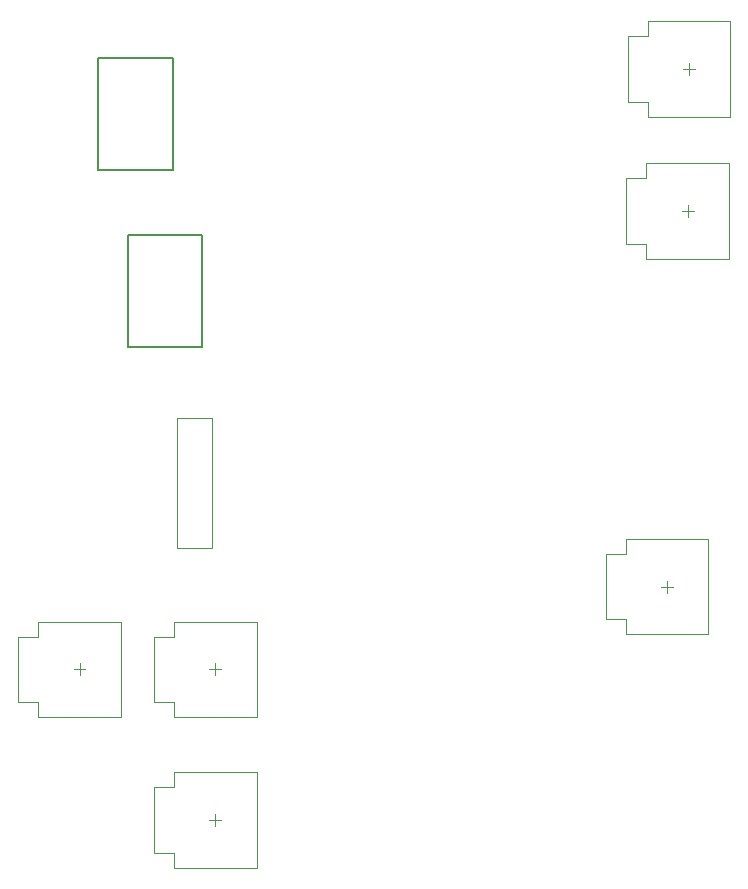
<source format=gbr>
G04*
G04 #@! TF.GenerationSoftware,Altium Limited,Altium Designer,22.4.2 (48)*
G04*
G04 Layer_Color=32768*
%FSLAX25Y25*%
%MOIN*%
G70*
G04*
G04 #@! TF.SameCoordinates,D1C75A00-648E-4898-854E-167750E82D76*
G04*
G04*
G04 #@! TF.FilePolarity,Positive*
G04*
G01*
G75*
%ADD11C,0.00500*%
%ADD43C,0.00394*%
%ADD44C,0.00197*%
D11*
X46654Y266732D02*
Y304134D01*
Y266732D02*
X71457D01*
Y304134D01*
X46654D02*
X71457D01*
X56497Y245079D02*
X81300D01*
Y207677D02*
Y245079D01*
X56497Y207677D02*
X81300D01*
X56497D02*
Y245079D01*
D43*
X243110Y251201D02*
Y255138D01*
X241142Y253169D02*
X245079D01*
X243504Y298524D02*
Y302461D01*
X241535Y300492D02*
X245472D01*
X234252Y127953D02*
X238189D01*
X236220Y125984D02*
Y129921D01*
X83661Y50197D02*
X87598D01*
X85630Y48228D02*
Y52165D01*
X38386Y100394D02*
X42323D01*
X40354Y98425D02*
Y102362D01*
X83661Y100394D02*
X87598D01*
X85630Y98425D02*
Y102362D01*
D44*
X222638Y242224D02*
Y264114D01*
Y242224D02*
X229331D01*
Y237303D02*
Y242224D01*
Y237303D02*
X256890D01*
Y269035D01*
X222638Y264114D02*
X229331D01*
Y269035D01*
X256890D01*
X223031Y289547D02*
Y311437D01*
Y289547D02*
X229724D01*
Y284626D02*
Y289547D01*
Y284626D02*
X257283D01*
Y316358D01*
X223031Y311437D02*
X229724D01*
Y316358D01*
X257283D01*
X222441Y143819D02*
X250000D01*
X222441Y138898D02*
Y143819D01*
X215748Y138898D02*
X222441D01*
X250000Y112087D02*
Y143819D01*
X222441Y112087D02*
X250000D01*
X222441D02*
Y117008D01*
X215748D02*
X222441D01*
X215748D02*
Y138898D01*
X71850Y66063D02*
X99409D01*
X71850Y61142D02*
Y66063D01*
X65157Y61142D02*
X71850D01*
X99409Y34331D02*
Y66063D01*
X71850Y34331D02*
X99409D01*
X71850D02*
Y39252D01*
X65157D02*
X71850D01*
X65157D02*
Y61142D01*
X26575Y116260D02*
X54134D01*
X26575Y111338D02*
Y116260D01*
X19882Y111338D02*
X26575D01*
X54134Y84527D02*
Y116260D01*
X26575Y84527D02*
X54134D01*
X26575D02*
Y89449D01*
X19882D02*
X26575D01*
X19882D02*
Y111338D01*
X71850Y116260D02*
X99409D01*
X71850Y111339D02*
Y116260D01*
X65157Y111339D02*
X71850D01*
X99409Y84528D02*
Y116260D01*
X71850Y84528D02*
X99409D01*
X71850D02*
Y89449D01*
X65157D02*
X71850D01*
X65157D02*
Y111339D01*
X72854Y184114D02*
X84626D01*
Y140846D02*
Y184114D01*
X72854Y140846D02*
X84626D01*
X72854D02*
Y184114D01*
M02*

</source>
